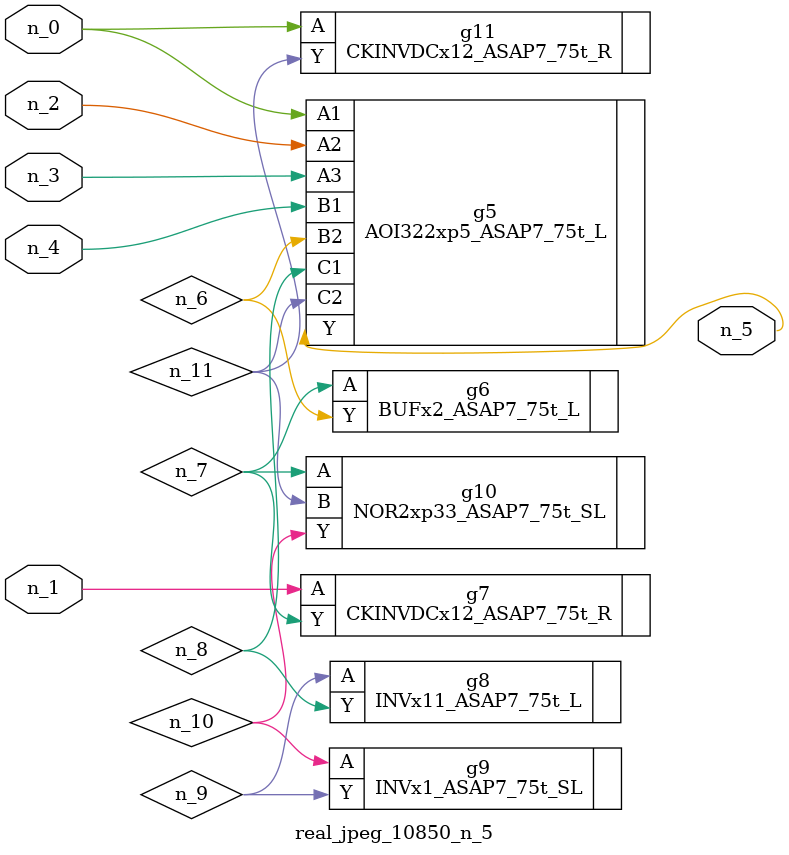
<source format=v>
module real_jpeg_10850_n_5 (n_4, n_0, n_1, n_2, n_3, n_5);

input n_4;
input n_0;
input n_1;
input n_2;
input n_3;

output n_5;

wire n_8;
wire n_11;
wire n_6;
wire n_7;
wire n_10;
wire n_9;

AOI322xp5_ASAP7_75t_L g5 ( 
.A1(n_0),
.A2(n_2),
.A3(n_3),
.B1(n_4),
.B2(n_6),
.C1(n_8),
.C2(n_11),
.Y(n_5)
);

CKINVDCx12_ASAP7_75t_R g11 ( 
.A(n_0),
.Y(n_11)
);

CKINVDCx12_ASAP7_75t_R g7 ( 
.A(n_1),
.Y(n_7)
);

BUFx2_ASAP7_75t_L g6 ( 
.A(n_7),
.Y(n_6)
);

NOR2xp33_ASAP7_75t_SL g10 ( 
.A(n_7),
.B(n_11),
.Y(n_10)
);

INVx11_ASAP7_75t_L g8 ( 
.A(n_9),
.Y(n_8)
);

INVx1_ASAP7_75t_SL g9 ( 
.A(n_10),
.Y(n_9)
);


endmodule
</source>
